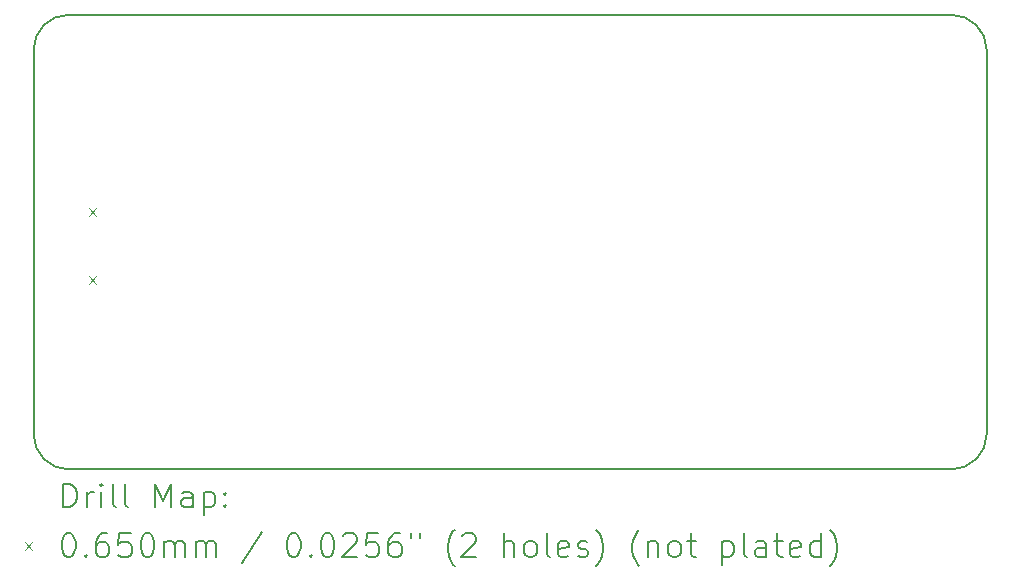
<source format=gbr>
%TF.GenerationSoftware,KiCad,Pcbnew,8.0.4*%
%TF.CreationDate,2024-11-17T23:13:56+01:00*%
%TF.ProjectId,TEF6687,54454636-3638-4372-9e6b-696361645f70,v1.1*%
%TF.SameCoordinates,Original*%
%TF.FileFunction,Drillmap*%
%TF.FilePolarity,Positive*%
%FSLAX45Y45*%
G04 Gerber Fmt 4.5, Leading zero omitted, Abs format (unit mm)*
G04 Created by KiCad (PCBNEW 8.0.4) date 2024-11-17 23:13:56*
%MOMM*%
%LPD*%
G01*
G04 APERTURE LIST*
%ADD10C,0.200000*%
%ADD11C,0.100000*%
G04 APERTURE END LIST*
D10*
X11390000Y-7920000D02*
X11390000Y-4670000D01*
X11690000Y-8220000D02*
X19160000Y-8220000D01*
X11390000Y-4670000D02*
G75*
G02*
X11690000Y-4370000I300000J0D01*
G01*
X19460000Y-4670000D02*
X19460000Y-7920000D01*
X19460000Y-7920000D02*
G75*
G02*
X19160000Y-8220000I-300000J0D01*
G01*
X11690000Y-8220000D02*
G75*
G02*
X11389990Y-7920000I-1070J298940D01*
G01*
X19160000Y-4370000D02*
X11690000Y-4370000D01*
X19160000Y-4370000D02*
G75*
G02*
X19460000Y-4670000I0J-300000D01*
G01*
D11*
X11855500Y-6006500D02*
X11920500Y-6071500D01*
X11920500Y-6006500D02*
X11855500Y-6071500D01*
X11855500Y-6584500D02*
X11920500Y-6649500D01*
X11920500Y-6584500D02*
X11855500Y-6649500D01*
D10*
X11640765Y-8541486D02*
X11640765Y-8341486D01*
X11640765Y-8341486D02*
X11688384Y-8341486D01*
X11688384Y-8341486D02*
X11716955Y-8351009D01*
X11716955Y-8351009D02*
X11736003Y-8370057D01*
X11736003Y-8370057D02*
X11745527Y-8389105D01*
X11745527Y-8389105D02*
X11755051Y-8427200D01*
X11755051Y-8427200D02*
X11755051Y-8455771D01*
X11755051Y-8455771D02*
X11745527Y-8493867D01*
X11745527Y-8493867D02*
X11736003Y-8512914D01*
X11736003Y-8512914D02*
X11716955Y-8531962D01*
X11716955Y-8531962D02*
X11688384Y-8541486D01*
X11688384Y-8541486D02*
X11640765Y-8541486D01*
X11840765Y-8541486D02*
X11840765Y-8408152D01*
X11840765Y-8446248D02*
X11850289Y-8427200D01*
X11850289Y-8427200D02*
X11859812Y-8417676D01*
X11859812Y-8417676D02*
X11878860Y-8408152D01*
X11878860Y-8408152D02*
X11897908Y-8408152D01*
X11964574Y-8541486D02*
X11964574Y-8408152D01*
X11964574Y-8341486D02*
X11955051Y-8351009D01*
X11955051Y-8351009D02*
X11964574Y-8360533D01*
X11964574Y-8360533D02*
X11974098Y-8351009D01*
X11974098Y-8351009D02*
X11964574Y-8341486D01*
X11964574Y-8341486D02*
X11964574Y-8360533D01*
X12088384Y-8541486D02*
X12069336Y-8531962D01*
X12069336Y-8531962D02*
X12059812Y-8512914D01*
X12059812Y-8512914D02*
X12059812Y-8341486D01*
X12193146Y-8541486D02*
X12174098Y-8531962D01*
X12174098Y-8531962D02*
X12164574Y-8512914D01*
X12164574Y-8512914D02*
X12164574Y-8341486D01*
X12421717Y-8541486D02*
X12421717Y-8341486D01*
X12421717Y-8341486D02*
X12488384Y-8484343D01*
X12488384Y-8484343D02*
X12555051Y-8341486D01*
X12555051Y-8341486D02*
X12555051Y-8541486D01*
X12736003Y-8541486D02*
X12736003Y-8436724D01*
X12736003Y-8436724D02*
X12726479Y-8417676D01*
X12726479Y-8417676D02*
X12707432Y-8408152D01*
X12707432Y-8408152D02*
X12669336Y-8408152D01*
X12669336Y-8408152D02*
X12650289Y-8417676D01*
X12736003Y-8531962D02*
X12716955Y-8541486D01*
X12716955Y-8541486D02*
X12669336Y-8541486D01*
X12669336Y-8541486D02*
X12650289Y-8531962D01*
X12650289Y-8531962D02*
X12640765Y-8512914D01*
X12640765Y-8512914D02*
X12640765Y-8493867D01*
X12640765Y-8493867D02*
X12650289Y-8474819D01*
X12650289Y-8474819D02*
X12669336Y-8465295D01*
X12669336Y-8465295D02*
X12716955Y-8465295D01*
X12716955Y-8465295D02*
X12736003Y-8455771D01*
X12831241Y-8408152D02*
X12831241Y-8608152D01*
X12831241Y-8417676D02*
X12850289Y-8408152D01*
X12850289Y-8408152D02*
X12888384Y-8408152D01*
X12888384Y-8408152D02*
X12907432Y-8417676D01*
X12907432Y-8417676D02*
X12916955Y-8427200D01*
X12916955Y-8427200D02*
X12926479Y-8446248D01*
X12926479Y-8446248D02*
X12926479Y-8503390D01*
X12926479Y-8503390D02*
X12916955Y-8522438D01*
X12916955Y-8522438D02*
X12907432Y-8531962D01*
X12907432Y-8531962D02*
X12888384Y-8541486D01*
X12888384Y-8541486D02*
X12850289Y-8541486D01*
X12850289Y-8541486D02*
X12831241Y-8531962D01*
X13012193Y-8522438D02*
X13021717Y-8531962D01*
X13021717Y-8531962D02*
X13012193Y-8541486D01*
X13012193Y-8541486D02*
X13002670Y-8531962D01*
X13002670Y-8531962D02*
X13012193Y-8522438D01*
X13012193Y-8522438D02*
X13012193Y-8541486D01*
X13012193Y-8417676D02*
X13021717Y-8427200D01*
X13021717Y-8427200D02*
X13012193Y-8436724D01*
X13012193Y-8436724D02*
X13002670Y-8427200D01*
X13002670Y-8427200D02*
X13012193Y-8417676D01*
X13012193Y-8417676D02*
X13012193Y-8436724D01*
D11*
X11314988Y-8837502D02*
X11379988Y-8902502D01*
X11379988Y-8837502D02*
X11314988Y-8902502D01*
D10*
X11678860Y-8761486D02*
X11697908Y-8761486D01*
X11697908Y-8761486D02*
X11716955Y-8771010D01*
X11716955Y-8771010D02*
X11726479Y-8780533D01*
X11726479Y-8780533D02*
X11736003Y-8799581D01*
X11736003Y-8799581D02*
X11745527Y-8837676D01*
X11745527Y-8837676D02*
X11745527Y-8885295D01*
X11745527Y-8885295D02*
X11736003Y-8923390D01*
X11736003Y-8923390D02*
X11726479Y-8942438D01*
X11726479Y-8942438D02*
X11716955Y-8951962D01*
X11716955Y-8951962D02*
X11697908Y-8961486D01*
X11697908Y-8961486D02*
X11678860Y-8961486D01*
X11678860Y-8961486D02*
X11659812Y-8951962D01*
X11659812Y-8951962D02*
X11650289Y-8942438D01*
X11650289Y-8942438D02*
X11640765Y-8923390D01*
X11640765Y-8923390D02*
X11631241Y-8885295D01*
X11631241Y-8885295D02*
X11631241Y-8837676D01*
X11631241Y-8837676D02*
X11640765Y-8799581D01*
X11640765Y-8799581D02*
X11650289Y-8780533D01*
X11650289Y-8780533D02*
X11659812Y-8771010D01*
X11659812Y-8771010D02*
X11678860Y-8761486D01*
X11831241Y-8942438D02*
X11840765Y-8951962D01*
X11840765Y-8951962D02*
X11831241Y-8961486D01*
X11831241Y-8961486D02*
X11821717Y-8951962D01*
X11821717Y-8951962D02*
X11831241Y-8942438D01*
X11831241Y-8942438D02*
X11831241Y-8961486D01*
X12012193Y-8761486D02*
X11974098Y-8761486D01*
X11974098Y-8761486D02*
X11955051Y-8771010D01*
X11955051Y-8771010D02*
X11945527Y-8780533D01*
X11945527Y-8780533D02*
X11926479Y-8809105D01*
X11926479Y-8809105D02*
X11916955Y-8847200D01*
X11916955Y-8847200D02*
X11916955Y-8923390D01*
X11916955Y-8923390D02*
X11926479Y-8942438D01*
X11926479Y-8942438D02*
X11936003Y-8951962D01*
X11936003Y-8951962D02*
X11955051Y-8961486D01*
X11955051Y-8961486D02*
X11993146Y-8961486D01*
X11993146Y-8961486D02*
X12012193Y-8951962D01*
X12012193Y-8951962D02*
X12021717Y-8942438D01*
X12021717Y-8942438D02*
X12031241Y-8923390D01*
X12031241Y-8923390D02*
X12031241Y-8875771D01*
X12031241Y-8875771D02*
X12021717Y-8856724D01*
X12021717Y-8856724D02*
X12012193Y-8847200D01*
X12012193Y-8847200D02*
X11993146Y-8837676D01*
X11993146Y-8837676D02*
X11955051Y-8837676D01*
X11955051Y-8837676D02*
X11936003Y-8847200D01*
X11936003Y-8847200D02*
X11926479Y-8856724D01*
X11926479Y-8856724D02*
X11916955Y-8875771D01*
X12212193Y-8761486D02*
X12116955Y-8761486D01*
X12116955Y-8761486D02*
X12107432Y-8856724D01*
X12107432Y-8856724D02*
X12116955Y-8847200D01*
X12116955Y-8847200D02*
X12136003Y-8837676D01*
X12136003Y-8837676D02*
X12183622Y-8837676D01*
X12183622Y-8837676D02*
X12202670Y-8847200D01*
X12202670Y-8847200D02*
X12212193Y-8856724D01*
X12212193Y-8856724D02*
X12221717Y-8875771D01*
X12221717Y-8875771D02*
X12221717Y-8923390D01*
X12221717Y-8923390D02*
X12212193Y-8942438D01*
X12212193Y-8942438D02*
X12202670Y-8951962D01*
X12202670Y-8951962D02*
X12183622Y-8961486D01*
X12183622Y-8961486D02*
X12136003Y-8961486D01*
X12136003Y-8961486D02*
X12116955Y-8951962D01*
X12116955Y-8951962D02*
X12107432Y-8942438D01*
X12345527Y-8761486D02*
X12364574Y-8761486D01*
X12364574Y-8761486D02*
X12383622Y-8771010D01*
X12383622Y-8771010D02*
X12393146Y-8780533D01*
X12393146Y-8780533D02*
X12402670Y-8799581D01*
X12402670Y-8799581D02*
X12412193Y-8837676D01*
X12412193Y-8837676D02*
X12412193Y-8885295D01*
X12412193Y-8885295D02*
X12402670Y-8923390D01*
X12402670Y-8923390D02*
X12393146Y-8942438D01*
X12393146Y-8942438D02*
X12383622Y-8951962D01*
X12383622Y-8951962D02*
X12364574Y-8961486D01*
X12364574Y-8961486D02*
X12345527Y-8961486D01*
X12345527Y-8961486D02*
X12326479Y-8951962D01*
X12326479Y-8951962D02*
X12316955Y-8942438D01*
X12316955Y-8942438D02*
X12307432Y-8923390D01*
X12307432Y-8923390D02*
X12297908Y-8885295D01*
X12297908Y-8885295D02*
X12297908Y-8837676D01*
X12297908Y-8837676D02*
X12307432Y-8799581D01*
X12307432Y-8799581D02*
X12316955Y-8780533D01*
X12316955Y-8780533D02*
X12326479Y-8771010D01*
X12326479Y-8771010D02*
X12345527Y-8761486D01*
X12497908Y-8961486D02*
X12497908Y-8828152D01*
X12497908Y-8847200D02*
X12507432Y-8837676D01*
X12507432Y-8837676D02*
X12526479Y-8828152D01*
X12526479Y-8828152D02*
X12555051Y-8828152D01*
X12555051Y-8828152D02*
X12574098Y-8837676D01*
X12574098Y-8837676D02*
X12583622Y-8856724D01*
X12583622Y-8856724D02*
X12583622Y-8961486D01*
X12583622Y-8856724D02*
X12593146Y-8837676D01*
X12593146Y-8837676D02*
X12612193Y-8828152D01*
X12612193Y-8828152D02*
X12640765Y-8828152D01*
X12640765Y-8828152D02*
X12659813Y-8837676D01*
X12659813Y-8837676D02*
X12669336Y-8856724D01*
X12669336Y-8856724D02*
X12669336Y-8961486D01*
X12764574Y-8961486D02*
X12764574Y-8828152D01*
X12764574Y-8847200D02*
X12774098Y-8837676D01*
X12774098Y-8837676D02*
X12793146Y-8828152D01*
X12793146Y-8828152D02*
X12821717Y-8828152D01*
X12821717Y-8828152D02*
X12840765Y-8837676D01*
X12840765Y-8837676D02*
X12850289Y-8856724D01*
X12850289Y-8856724D02*
X12850289Y-8961486D01*
X12850289Y-8856724D02*
X12859813Y-8837676D01*
X12859813Y-8837676D02*
X12878860Y-8828152D01*
X12878860Y-8828152D02*
X12907432Y-8828152D01*
X12907432Y-8828152D02*
X12926479Y-8837676D01*
X12926479Y-8837676D02*
X12936003Y-8856724D01*
X12936003Y-8856724D02*
X12936003Y-8961486D01*
X13326479Y-8751962D02*
X13155051Y-9009105D01*
X13583622Y-8761486D02*
X13602670Y-8761486D01*
X13602670Y-8761486D02*
X13621717Y-8771010D01*
X13621717Y-8771010D02*
X13631241Y-8780533D01*
X13631241Y-8780533D02*
X13640765Y-8799581D01*
X13640765Y-8799581D02*
X13650289Y-8837676D01*
X13650289Y-8837676D02*
X13650289Y-8885295D01*
X13650289Y-8885295D02*
X13640765Y-8923390D01*
X13640765Y-8923390D02*
X13631241Y-8942438D01*
X13631241Y-8942438D02*
X13621717Y-8951962D01*
X13621717Y-8951962D02*
X13602670Y-8961486D01*
X13602670Y-8961486D02*
X13583622Y-8961486D01*
X13583622Y-8961486D02*
X13564575Y-8951962D01*
X13564575Y-8951962D02*
X13555051Y-8942438D01*
X13555051Y-8942438D02*
X13545527Y-8923390D01*
X13545527Y-8923390D02*
X13536003Y-8885295D01*
X13536003Y-8885295D02*
X13536003Y-8837676D01*
X13536003Y-8837676D02*
X13545527Y-8799581D01*
X13545527Y-8799581D02*
X13555051Y-8780533D01*
X13555051Y-8780533D02*
X13564575Y-8771010D01*
X13564575Y-8771010D02*
X13583622Y-8761486D01*
X13736003Y-8942438D02*
X13745527Y-8951962D01*
X13745527Y-8951962D02*
X13736003Y-8961486D01*
X13736003Y-8961486D02*
X13726479Y-8951962D01*
X13726479Y-8951962D02*
X13736003Y-8942438D01*
X13736003Y-8942438D02*
X13736003Y-8961486D01*
X13869336Y-8761486D02*
X13888384Y-8761486D01*
X13888384Y-8761486D02*
X13907432Y-8771010D01*
X13907432Y-8771010D02*
X13916956Y-8780533D01*
X13916956Y-8780533D02*
X13926479Y-8799581D01*
X13926479Y-8799581D02*
X13936003Y-8837676D01*
X13936003Y-8837676D02*
X13936003Y-8885295D01*
X13936003Y-8885295D02*
X13926479Y-8923390D01*
X13926479Y-8923390D02*
X13916956Y-8942438D01*
X13916956Y-8942438D02*
X13907432Y-8951962D01*
X13907432Y-8951962D02*
X13888384Y-8961486D01*
X13888384Y-8961486D02*
X13869336Y-8961486D01*
X13869336Y-8961486D02*
X13850289Y-8951962D01*
X13850289Y-8951962D02*
X13840765Y-8942438D01*
X13840765Y-8942438D02*
X13831241Y-8923390D01*
X13831241Y-8923390D02*
X13821717Y-8885295D01*
X13821717Y-8885295D02*
X13821717Y-8837676D01*
X13821717Y-8837676D02*
X13831241Y-8799581D01*
X13831241Y-8799581D02*
X13840765Y-8780533D01*
X13840765Y-8780533D02*
X13850289Y-8771010D01*
X13850289Y-8771010D02*
X13869336Y-8761486D01*
X14012194Y-8780533D02*
X14021717Y-8771010D01*
X14021717Y-8771010D02*
X14040765Y-8761486D01*
X14040765Y-8761486D02*
X14088384Y-8761486D01*
X14088384Y-8761486D02*
X14107432Y-8771010D01*
X14107432Y-8771010D02*
X14116956Y-8780533D01*
X14116956Y-8780533D02*
X14126479Y-8799581D01*
X14126479Y-8799581D02*
X14126479Y-8818629D01*
X14126479Y-8818629D02*
X14116956Y-8847200D01*
X14116956Y-8847200D02*
X14002670Y-8961486D01*
X14002670Y-8961486D02*
X14126479Y-8961486D01*
X14307432Y-8761486D02*
X14212194Y-8761486D01*
X14212194Y-8761486D02*
X14202670Y-8856724D01*
X14202670Y-8856724D02*
X14212194Y-8847200D01*
X14212194Y-8847200D02*
X14231241Y-8837676D01*
X14231241Y-8837676D02*
X14278860Y-8837676D01*
X14278860Y-8837676D02*
X14297908Y-8847200D01*
X14297908Y-8847200D02*
X14307432Y-8856724D01*
X14307432Y-8856724D02*
X14316956Y-8875771D01*
X14316956Y-8875771D02*
X14316956Y-8923390D01*
X14316956Y-8923390D02*
X14307432Y-8942438D01*
X14307432Y-8942438D02*
X14297908Y-8951962D01*
X14297908Y-8951962D02*
X14278860Y-8961486D01*
X14278860Y-8961486D02*
X14231241Y-8961486D01*
X14231241Y-8961486D02*
X14212194Y-8951962D01*
X14212194Y-8951962D02*
X14202670Y-8942438D01*
X14488384Y-8761486D02*
X14450289Y-8761486D01*
X14450289Y-8761486D02*
X14431241Y-8771010D01*
X14431241Y-8771010D02*
X14421717Y-8780533D01*
X14421717Y-8780533D02*
X14402670Y-8809105D01*
X14402670Y-8809105D02*
X14393146Y-8847200D01*
X14393146Y-8847200D02*
X14393146Y-8923390D01*
X14393146Y-8923390D02*
X14402670Y-8942438D01*
X14402670Y-8942438D02*
X14412194Y-8951962D01*
X14412194Y-8951962D02*
X14431241Y-8961486D01*
X14431241Y-8961486D02*
X14469337Y-8961486D01*
X14469337Y-8961486D02*
X14488384Y-8951962D01*
X14488384Y-8951962D02*
X14497908Y-8942438D01*
X14497908Y-8942438D02*
X14507432Y-8923390D01*
X14507432Y-8923390D02*
X14507432Y-8875771D01*
X14507432Y-8875771D02*
X14497908Y-8856724D01*
X14497908Y-8856724D02*
X14488384Y-8847200D01*
X14488384Y-8847200D02*
X14469337Y-8837676D01*
X14469337Y-8837676D02*
X14431241Y-8837676D01*
X14431241Y-8837676D02*
X14412194Y-8847200D01*
X14412194Y-8847200D02*
X14402670Y-8856724D01*
X14402670Y-8856724D02*
X14393146Y-8875771D01*
X14583622Y-8761486D02*
X14583622Y-8799581D01*
X14659813Y-8761486D02*
X14659813Y-8799581D01*
X14955051Y-9037676D02*
X14945527Y-9028152D01*
X14945527Y-9028152D02*
X14926479Y-8999581D01*
X14926479Y-8999581D02*
X14916956Y-8980533D01*
X14916956Y-8980533D02*
X14907432Y-8951962D01*
X14907432Y-8951962D02*
X14897908Y-8904343D01*
X14897908Y-8904343D02*
X14897908Y-8866248D01*
X14897908Y-8866248D02*
X14907432Y-8818629D01*
X14907432Y-8818629D02*
X14916956Y-8790057D01*
X14916956Y-8790057D02*
X14926479Y-8771010D01*
X14926479Y-8771010D02*
X14945527Y-8742438D01*
X14945527Y-8742438D02*
X14955051Y-8732914D01*
X15021718Y-8780533D02*
X15031241Y-8771010D01*
X15031241Y-8771010D02*
X15050289Y-8761486D01*
X15050289Y-8761486D02*
X15097908Y-8761486D01*
X15097908Y-8761486D02*
X15116956Y-8771010D01*
X15116956Y-8771010D02*
X15126479Y-8780533D01*
X15126479Y-8780533D02*
X15136003Y-8799581D01*
X15136003Y-8799581D02*
X15136003Y-8818629D01*
X15136003Y-8818629D02*
X15126479Y-8847200D01*
X15126479Y-8847200D02*
X15012194Y-8961486D01*
X15012194Y-8961486D02*
X15136003Y-8961486D01*
X15374099Y-8961486D02*
X15374099Y-8761486D01*
X15459813Y-8961486D02*
X15459813Y-8856724D01*
X15459813Y-8856724D02*
X15450289Y-8837676D01*
X15450289Y-8837676D02*
X15431241Y-8828152D01*
X15431241Y-8828152D02*
X15402670Y-8828152D01*
X15402670Y-8828152D02*
X15383622Y-8837676D01*
X15383622Y-8837676D02*
X15374099Y-8847200D01*
X15583622Y-8961486D02*
X15564575Y-8951962D01*
X15564575Y-8951962D02*
X15555051Y-8942438D01*
X15555051Y-8942438D02*
X15545527Y-8923390D01*
X15545527Y-8923390D02*
X15545527Y-8866248D01*
X15545527Y-8866248D02*
X15555051Y-8847200D01*
X15555051Y-8847200D02*
X15564575Y-8837676D01*
X15564575Y-8837676D02*
X15583622Y-8828152D01*
X15583622Y-8828152D02*
X15612194Y-8828152D01*
X15612194Y-8828152D02*
X15631241Y-8837676D01*
X15631241Y-8837676D02*
X15640765Y-8847200D01*
X15640765Y-8847200D02*
X15650289Y-8866248D01*
X15650289Y-8866248D02*
X15650289Y-8923390D01*
X15650289Y-8923390D02*
X15640765Y-8942438D01*
X15640765Y-8942438D02*
X15631241Y-8951962D01*
X15631241Y-8951962D02*
X15612194Y-8961486D01*
X15612194Y-8961486D02*
X15583622Y-8961486D01*
X15764575Y-8961486D02*
X15745527Y-8951962D01*
X15745527Y-8951962D02*
X15736003Y-8932914D01*
X15736003Y-8932914D02*
X15736003Y-8761486D01*
X15916956Y-8951962D02*
X15897908Y-8961486D01*
X15897908Y-8961486D02*
X15859813Y-8961486D01*
X15859813Y-8961486D02*
X15840765Y-8951962D01*
X15840765Y-8951962D02*
X15831241Y-8932914D01*
X15831241Y-8932914D02*
X15831241Y-8856724D01*
X15831241Y-8856724D02*
X15840765Y-8837676D01*
X15840765Y-8837676D02*
X15859813Y-8828152D01*
X15859813Y-8828152D02*
X15897908Y-8828152D01*
X15897908Y-8828152D02*
X15916956Y-8837676D01*
X15916956Y-8837676D02*
X15926480Y-8856724D01*
X15926480Y-8856724D02*
X15926480Y-8875771D01*
X15926480Y-8875771D02*
X15831241Y-8894819D01*
X16002670Y-8951962D02*
X16021718Y-8961486D01*
X16021718Y-8961486D02*
X16059813Y-8961486D01*
X16059813Y-8961486D02*
X16078861Y-8951962D01*
X16078861Y-8951962D02*
X16088384Y-8932914D01*
X16088384Y-8932914D02*
X16088384Y-8923390D01*
X16088384Y-8923390D02*
X16078861Y-8904343D01*
X16078861Y-8904343D02*
X16059813Y-8894819D01*
X16059813Y-8894819D02*
X16031241Y-8894819D01*
X16031241Y-8894819D02*
X16012194Y-8885295D01*
X16012194Y-8885295D02*
X16002670Y-8866248D01*
X16002670Y-8866248D02*
X16002670Y-8856724D01*
X16002670Y-8856724D02*
X16012194Y-8837676D01*
X16012194Y-8837676D02*
X16031241Y-8828152D01*
X16031241Y-8828152D02*
X16059813Y-8828152D01*
X16059813Y-8828152D02*
X16078861Y-8837676D01*
X16155051Y-9037676D02*
X16164575Y-9028152D01*
X16164575Y-9028152D02*
X16183622Y-8999581D01*
X16183622Y-8999581D02*
X16193146Y-8980533D01*
X16193146Y-8980533D02*
X16202670Y-8951962D01*
X16202670Y-8951962D02*
X16212194Y-8904343D01*
X16212194Y-8904343D02*
X16212194Y-8866248D01*
X16212194Y-8866248D02*
X16202670Y-8818629D01*
X16202670Y-8818629D02*
X16193146Y-8790057D01*
X16193146Y-8790057D02*
X16183622Y-8771010D01*
X16183622Y-8771010D02*
X16164575Y-8742438D01*
X16164575Y-8742438D02*
X16155051Y-8732914D01*
X16516956Y-9037676D02*
X16507432Y-9028152D01*
X16507432Y-9028152D02*
X16488384Y-8999581D01*
X16488384Y-8999581D02*
X16478861Y-8980533D01*
X16478861Y-8980533D02*
X16469337Y-8951962D01*
X16469337Y-8951962D02*
X16459813Y-8904343D01*
X16459813Y-8904343D02*
X16459813Y-8866248D01*
X16459813Y-8866248D02*
X16469337Y-8818629D01*
X16469337Y-8818629D02*
X16478861Y-8790057D01*
X16478861Y-8790057D02*
X16488384Y-8771010D01*
X16488384Y-8771010D02*
X16507432Y-8742438D01*
X16507432Y-8742438D02*
X16516956Y-8732914D01*
X16593146Y-8828152D02*
X16593146Y-8961486D01*
X16593146Y-8847200D02*
X16602670Y-8837676D01*
X16602670Y-8837676D02*
X16621718Y-8828152D01*
X16621718Y-8828152D02*
X16650289Y-8828152D01*
X16650289Y-8828152D02*
X16669337Y-8837676D01*
X16669337Y-8837676D02*
X16678861Y-8856724D01*
X16678861Y-8856724D02*
X16678861Y-8961486D01*
X16802670Y-8961486D02*
X16783623Y-8951962D01*
X16783623Y-8951962D02*
X16774099Y-8942438D01*
X16774099Y-8942438D02*
X16764575Y-8923390D01*
X16764575Y-8923390D02*
X16764575Y-8866248D01*
X16764575Y-8866248D02*
X16774099Y-8847200D01*
X16774099Y-8847200D02*
X16783623Y-8837676D01*
X16783623Y-8837676D02*
X16802670Y-8828152D01*
X16802670Y-8828152D02*
X16831242Y-8828152D01*
X16831242Y-8828152D02*
X16850289Y-8837676D01*
X16850289Y-8837676D02*
X16859813Y-8847200D01*
X16859813Y-8847200D02*
X16869337Y-8866248D01*
X16869337Y-8866248D02*
X16869337Y-8923390D01*
X16869337Y-8923390D02*
X16859813Y-8942438D01*
X16859813Y-8942438D02*
X16850289Y-8951962D01*
X16850289Y-8951962D02*
X16831242Y-8961486D01*
X16831242Y-8961486D02*
X16802670Y-8961486D01*
X16926480Y-8828152D02*
X17002670Y-8828152D01*
X16955051Y-8761486D02*
X16955051Y-8932914D01*
X16955051Y-8932914D02*
X16964575Y-8951962D01*
X16964575Y-8951962D02*
X16983623Y-8961486D01*
X16983623Y-8961486D02*
X17002670Y-8961486D01*
X17221718Y-8828152D02*
X17221718Y-9028152D01*
X17221718Y-8837676D02*
X17240765Y-8828152D01*
X17240765Y-8828152D02*
X17278861Y-8828152D01*
X17278861Y-8828152D02*
X17297908Y-8837676D01*
X17297908Y-8837676D02*
X17307432Y-8847200D01*
X17307432Y-8847200D02*
X17316956Y-8866248D01*
X17316956Y-8866248D02*
X17316956Y-8923390D01*
X17316956Y-8923390D02*
X17307432Y-8942438D01*
X17307432Y-8942438D02*
X17297908Y-8951962D01*
X17297908Y-8951962D02*
X17278861Y-8961486D01*
X17278861Y-8961486D02*
X17240765Y-8961486D01*
X17240765Y-8961486D02*
X17221718Y-8951962D01*
X17431242Y-8961486D02*
X17412194Y-8951962D01*
X17412194Y-8951962D02*
X17402670Y-8932914D01*
X17402670Y-8932914D02*
X17402670Y-8761486D01*
X17593146Y-8961486D02*
X17593146Y-8856724D01*
X17593146Y-8856724D02*
X17583623Y-8837676D01*
X17583623Y-8837676D02*
X17564575Y-8828152D01*
X17564575Y-8828152D02*
X17526480Y-8828152D01*
X17526480Y-8828152D02*
X17507432Y-8837676D01*
X17593146Y-8951962D02*
X17574099Y-8961486D01*
X17574099Y-8961486D02*
X17526480Y-8961486D01*
X17526480Y-8961486D02*
X17507432Y-8951962D01*
X17507432Y-8951962D02*
X17497908Y-8932914D01*
X17497908Y-8932914D02*
X17497908Y-8913867D01*
X17497908Y-8913867D02*
X17507432Y-8894819D01*
X17507432Y-8894819D02*
X17526480Y-8885295D01*
X17526480Y-8885295D02*
X17574099Y-8885295D01*
X17574099Y-8885295D02*
X17593146Y-8875771D01*
X17659813Y-8828152D02*
X17736004Y-8828152D01*
X17688385Y-8761486D02*
X17688385Y-8932914D01*
X17688385Y-8932914D02*
X17697908Y-8951962D01*
X17697908Y-8951962D02*
X17716956Y-8961486D01*
X17716956Y-8961486D02*
X17736004Y-8961486D01*
X17878861Y-8951962D02*
X17859813Y-8961486D01*
X17859813Y-8961486D02*
X17821718Y-8961486D01*
X17821718Y-8961486D02*
X17802670Y-8951962D01*
X17802670Y-8951962D02*
X17793146Y-8932914D01*
X17793146Y-8932914D02*
X17793146Y-8856724D01*
X17793146Y-8856724D02*
X17802670Y-8837676D01*
X17802670Y-8837676D02*
X17821718Y-8828152D01*
X17821718Y-8828152D02*
X17859813Y-8828152D01*
X17859813Y-8828152D02*
X17878861Y-8837676D01*
X17878861Y-8837676D02*
X17888385Y-8856724D01*
X17888385Y-8856724D02*
X17888385Y-8875771D01*
X17888385Y-8875771D02*
X17793146Y-8894819D01*
X18059813Y-8961486D02*
X18059813Y-8761486D01*
X18059813Y-8951962D02*
X18040766Y-8961486D01*
X18040766Y-8961486D02*
X18002670Y-8961486D01*
X18002670Y-8961486D02*
X17983623Y-8951962D01*
X17983623Y-8951962D02*
X17974099Y-8942438D01*
X17974099Y-8942438D02*
X17964575Y-8923390D01*
X17964575Y-8923390D02*
X17964575Y-8866248D01*
X17964575Y-8866248D02*
X17974099Y-8847200D01*
X17974099Y-8847200D02*
X17983623Y-8837676D01*
X17983623Y-8837676D02*
X18002670Y-8828152D01*
X18002670Y-8828152D02*
X18040766Y-8828152D01*
X18040766Y-8828152D02*
X18059813Y-8837676D01*
X18136004Y-9037676D02*
X18145527Y-9028152D01*
X18145527Y-9028152D02*
X18164575Y-8999581D01*
X18164575Y-8999581D02*
X18174099Y-8980533D01*
X18174099Y-8980533D02*
X18183623Y-8951962D01*
X18183623Y-8951962D02*
X18193146Y-8904343D01*
X18193146Y-8904343D02*
X18193146Y-8866248D01*
X18193146Y-8866248D02*
X18183623Y-8818629D01*
X18183623Y-8818629D02*
X18174099Y-8790057D01*
X18174099Y-8790057D02*
X18164575Y-8771010D01*
X18164575Y-8771010D02*
X18145527Y-8742438D01*
X18145527Y-8742438D02*
X18136004Y-8732914D01*
M02*

</source>
